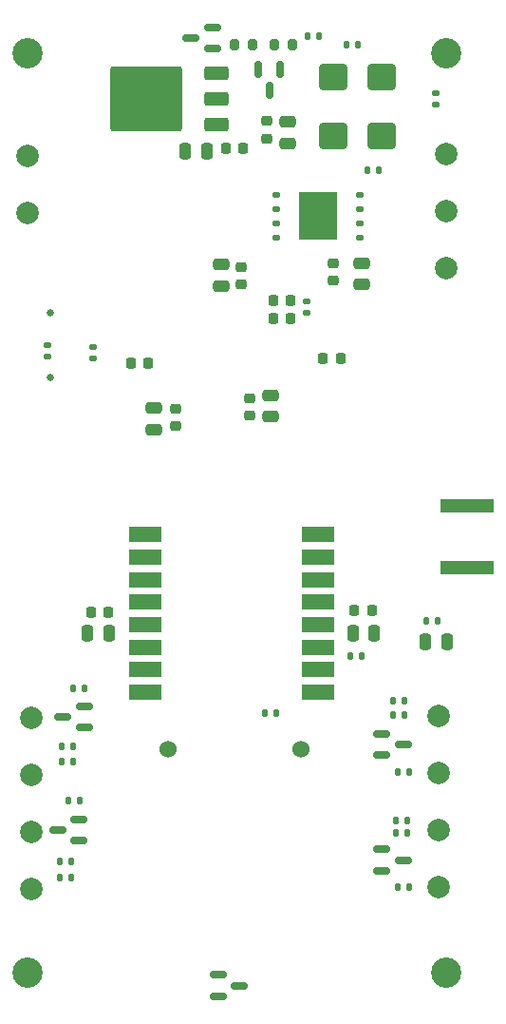
<source format=gbr>
%TF.GenerationSoftware,KiCad,Pcbnew,7.0.1*%
%TF.CreationDate,2024-01-06T20:51:44-05:00*%
%TF.ProjectId,Io-v2-Board,496f2d76-322d-4426-9f61-72642e6b6963,rev?*%
%TF.SameCoordinates,Original*%
%TF.FileFunction,Soldermask,Bot*%
%TF.FilePolarity,Negative*%
%FSLAX46Y46*%
G04 Gerber Fmt 4.6, Leading zero omitted, Abs format (unit mm)*
G04 Created by KiCad (PCBNEW 7.0.1) date 2024-01-06 20:51:44*
%MOMM*%
%LPD*%
G01*
G04 APERTURE LIST*
G04 Aperture macros list*
%AMRoundRect*
0 Rectangle with rounded corners*
0 $1 Rounding radius*
0 $2 $3 $4 $5 $6 $7 $8 $9 X,Y pos of 4 corners*
0 Add a 4 corners polygon primitive as box body*
4,1,4,$2,$3,$4,$5,$6,$7,$8,$9,$2,$3,0*
0 Add four circle primitives for the rounded corners*
1,1,$1+$1,$2,$3*
1,1,$1+$1,$4,$5*
1,1,$1+$1,$6,$7*
1,1,$1+$1,$8,$9*
0 Add four rect primitives between the rounded corners*
20,1,$1+$1,$2,$3,$4,$5,0*
20,1,$1+$1,$4,$5,$6,$7,0*
20,1,$1+$1,$6,$7,$8,$9,0*
20,1,$1+$1,$8,$9,$2,$3,0*%
G04 Aperture macros list end*
%ADD10RoundRect,0.250000X-0.475000X0.250000X-0.475000X-0.250000X0.475000X-0.250000X0.475000X0.250000X0*%
%ADD11RoundRect,0.250000X0.850000X0.350000X-0.850000X0.350000X-0.850000X-0.350000X0.850000X-0.350000X0*%
%ADD12RoundRect,0.249997X2.950003X2.650003X-2.950003X2.650003X-2.950003X-2.650003X2.950003X-2.650003X0*%
%ADD13RoundRect,0.135000X0.135000X0.185000X-0.135000X0.185000X-0.135000X-0.185000X0.135000X-0.185000X0*%
%ADD14RoundRect,0.200000X-0.200000X-0.275000X0.200000X-0.275000X0.200000X0.275000X-0.200000X0.275000X0*%
%ADD15RoundRect,0.250000X-1.000000X-0.900000X1.000000X-0.900000X1.000000X0.900000X-1.000000X0.900000X0*%
%ADD16C,0.650000*%
%ADD17C,2.000000*%
%ADD18C,2.700000*%
%ADD19RoundRect,0.150000X-0.587500X-0.150000X0.587500X-0.150000X0.587500X0.150000X-0.587500X0.150000X0*%
%ADD20RoundRect,0.225000X-0.250000X0.225000X-0.250000X-0.225000X0.250000X-0.225000X0.250000X0.225000X0*%
%ADD21RoundRect,0.225000X-0.225000X-0.250000X0.225000X-0.250000X0.225000X0.250000X-0.225000X0.250000X0*%
%ADD22RoundRect,0.225000X0.225000X0.250000X-0.225000X0.250000X-0.225000X-0.250000X0.225000X-0.250000X0*%
%ADD23RoundRect,0.135000X-0.135000X-0.185000X0.135000X-0.185000X0.135000X0.185000X-0.135000X0.185000X0*%
%ADD24RoundRect,0.135000X-0.185000X0.135000X-0.185000X-0.135000X0.185000X-0.135000X0.185000X0.135000X0*%
%ADD25RoundRect,0.250000X0.250000X0.475000X-0.250000X0.475000X-0.250000X-0.475000X0.250000X-0.475000X0*%
%ADD26RoundRect,0.150000X-0.150000X0.587500X-0.150000X-0.587500X0.150000X-0.587500X0.150000X0.587500X0*%
%ADD27RoundRect,0.225000X0.250000X-0.225000X0.250000X0.225000X-0.250000X0.225000X-0.250000X-0.225000X0*%
%ADD28R,3.400000X4.300000*%
%ADD29RoundRect,0.125000X0.200000X0.125000X-0.200000X0.125000X-0.200000X-0.125000X0.200000X-0.125000X0*%
%ADD30RoundRect,0.250000X0.475000X-0.250000X0.475000X0.250000X-0.475000X0.250000X-0.475000X-0.250000X0*%
%ADD31RoundRect,0.200000X0.200000X0.275000X-0.200000X0.275000X-0.200000X-0.275000X0.200000X-0.275000X0*%
%ADD32RoundRect,0.150000X0.587500X0.150000X-0.587500X0.150000X-0.587500X-0.150000X0.587500X-0.150000X0*%
%ADD33C,1.524000*%
%ADD34RoundRect,0.135000X0.185000X-0.135000X0.185000X0.135000X-0.185000X0.135000X-0.185000X-0.135000X0*%
%ADD35RoundRect,0.102000X2.280000X-0.500000X2.280000X0.500000X-2.280000X0.500000X-2.280000X-0.500000X0*%
%ADD36RoundRect,0.250000X-0.250000X-0.475000X0.250000X-0.475000X0.250000X0.475000X-0.250000X0.475000X0*%
%ADD37R,3.000000X1.400000*%
G04 APERTURE END LIST*
D10*
%TO.C,C1*%
X128143000Y-58486000D03*
X128143000Y-60386000D03*
%TD*%
D11*
%TO.C,U3*%
X115198000Y-41535000D03*
X115198000Y-43815000D03*
D12*
X108898000Y-43815000D03*
D11*
X115198000Y-46095000D03*
%TD*%
D13*
%TO.C,R25*%
X123315000Y-38227000D03*
X124335000Y-38227000D03*
%TD*%
%TO.C,R24*%
X127764000Y-38989000D03*
X126744000Y-38989000D03*
%TD*%
D14*
%TO.C,R21*%
X116777000Y-38989000D03*
X118427000Y-38989000D03*
%TD*%
D15*
%TO.C,D1*%
X125612000Y-47117000D03*
X129912000Y-47117000D03*
%TD*%
D16*
%TO.C,J2*%
X100327000Y-68645000D03*
X100327000Y-62865000D03*
%TD*%
D17*
%TO.C,J1*%
X135636000Y-58955000D03*
X135636000Y-53875000D03*
X135636000Y-48795000D03*
%TD*%
%TO.C,J4*%
X98683000Y-98933000D03*
X98683000Y-104013000D03*
X98683000Y-109093000D03*
X98683000Y-114173000D03*
%TD*%
D18*
%TO.C,H3*%
X135636000Y-121666000D03*
%TD*%
%TO.C,H2*%
X135636000Y-39751000D03*
%TD*%
D17*
%TO.C,J3*%
X98302000Y-48895000D03*
X98302000Y-53975000D03*
%TD*%
%TO.C,J5*%
X135001000Y-114073000D03*
X135001000Y-108993000D03*
X135001000Y-103913000D03*
X135001000Y-98833000D03*
%TD*%
D18*
%TO.C,H4*%
X98298000Y-121666000D03*
%TD*%
%TO.C,H1*%
X98298000Y-39751000D03*
%TD*%
D15*
%TO.C,D4*%
X125612000Y-41910000D03*
X129912000Y-41910000D03*
%TD*%
D19*
%TO.C,Q6*%
X115346000Y-123759000D03*
X115346000Y-121859000D03*
X117221000Y-122809000D03*
%TD*%
D13*
%TO.C,R13*%
X102237000Y-113157000D03*
X101217000Y-113157000D03*
%TD*%
D20*
%TO.C,C3*%
X111506000Y-71422000D03*
X111506000Y-72972000D03*
%TD*%
D21*
%TO.C,C11*%
X127495000Y-89408000D03*
X129045000Y-89408000D03*
%TD*%
D22*
%TO.C,C21*%
X109106000Y-67371000D03*
X107556000Y-67371000D03*
%TD*%
D23*
%TO.C,R16*%
X130935000Y-97409000D03*
X131955000Y-97409000D03*
%TD*%
D20*
%TO.C,C7*%
X119634001Y-45834001D03*
X119634001Y-47384001D03*
%TD*%
D13*
%TO.C,R1*%
X103380000Y-96307000D03*
X102360000Y-96307000D03*
%TD*%
D23*
%TO.C,R9*%
X131316000Y-114046000D03*
X132336000Y-114046000D03*
%TD*%
D13*
%TO.C,R8*%
X102364000Y-102870000D03*
X101344000Y-102870000D03*
%TD*%
D24*
%TO.C,R11*%
X100076000Y-65784000D03*
X100076000Y-66804000D03*
%TD*%
D25*
%TO.C,C10*%
X114300000Y-48513999D03*
X112400000Y-48513999D03*
%TD*%
D21*
%TO.C,C26*%
X124688000Y-66990000D03*
X126238000Y-66990000D03*
%TD*%
D23*
%TO.C,R23*%
X128649000Y-50165000D03*
X129669000Y-50165000D03*
%TD*%
D26*
%TO.C,Q3*%
X118938000Y-41226500D03*
X120838000Y-41226500D03*
X119888000Y-43101500D03*
%TD*%
D27*
%TO.C,C22*%
X118110000Y-72083000D03*
X118110000Y-70533000D03*
%TD*%
D22*
%TO.C,C12*%
X105550000Y-89535000D03*
X104000000Y-89535000D03*
%TD*%
D28*
%TO.C,U10*%
X124245000Y-54288000D03*
D29*
X120495000Y-52383000D03*
X120495000Y-53653000D03*
X120495000Y-54923000D03*
X120495000Y-56193000D03*
X127995000Y-56193000D03*
X127995000Y-54923000D03*
X127995000Y-53653000D03*
X127995000Y-52383000D03*
%TD*%
D21*
%TO.C,C17*%
X120256000Y-61783000D03*
X121806000Y-61783000D03*
%TD*%
D24*
%TO.C,R18*%
X123190000Y-61908000D03*
X123190000Y-62928000D03*
%TD*%
D13*
%TO.C,R12*%
X132209000Y-109220000D03*
X131189000Y-109220000D03*
%TD*%
D30*
%TO.C,C23*%
X115570000Y-60513000D03*
X115570000Y-58613000D03*
%TD*%
D21*
%TO.C,C18*%
X120256000Y-63434000D03*
X121806000Y-63434000D03*
%TD*%
D23*
%TO.C,R7*%
X101217000Y-111760000D03*
X102237000Y-111760000D03*
%TD*%
D13*
%TO.C,R10*%
X134876000Y-90297000D03*
X133856000Y-90297000D03*
%TD*%
D31*
%TO.C,R17*%
X121983000Y-38989000D03*
X120333000Y-38989000D03*
%TD*%
D13*
%TO.C,R6*%
X102999000Y-106299000D03*
X101979000Y-106299000D03*
%TD*%
D10*
%TO.C,C5*%
X121539000Y-45912999D03*
X121539000Y-47812999D03*
%TD*%
D32*
%TO.C,Q7*%
X112933000Y-38415000D03*
X114808000Y-39365000D03*
X114808000Y-37465000D03*
%TD*%
D27*
%TO.C,C24*%
X117348000Y-60399000D03*
X117348000Y-58849000D03*
%TD*%
D33*
%TO.C,C2*%
X110871000Y-101732000D03*
X122671000Y-101732000D03*
%TD*%
D13*
%TO.C,R15*%
X131955000Y-98679000D03*
X130935000Y-98679000D03*
%TD*%
D25*
%TO.C,C16*%
X105585000Y-91439999D03*
X103685000Y-91439999D03*
%TD*%
D21*
%TO.C,C9*%
X116004000Y-48260000D03*
X117554000Y-48260000D03*
%TD*%
D34*
%TO.C,R4*%
X104140000Y-66931000D03*
X104140000Y-65911000D03*
%TD*%
D10*
%TO.C,C6*%
X109601001Y-71374000D03*
X109601001Y-73274000D03*
%TD*%
D35*
%TO.C,J7*%
X137527500Y-80058000D03*
X137527500Y-85598000D03*
%TD*%
D23*
%TO.C,R5*%
X101344000Y-101473000D03*
X102364000Y-101473000D03*
%TD*%
D13*
%TO.C,R19*%
X120525000Y-98552000D03*
X119505000Y-98552000D03*
%TD*%
D36*
%TO.C,C8*%
X133845000Y-92202000D03*
X135745000Y-92202000D03*
%TD*%
D30*
%TO.C,C27*%
X120015000Y-72141049D03*
X120015000Y-70241049D03*
%TD*%
D24*
%TO.C,R3*%
X134747000Y-43305000D03*
X134747000Y-44325000D03*
%TD*%
D13*
%TO.C,R20*%
X128145000Y-93472000D03*
X127125000Y-93472000D03*
%TD*%
D36*
%TO.C,C20*%
X127344000Y-91439999D03*
X129244000Y-91439999D03*
%TD*%
D32*
%TO.C,Q1*%
X103378000Y-97917000D03*
X103378000Y-99817000D03*
X101503000Y-98867000D03*
%TD*%
%TO.C,Q2*%
X102918500Y-108016000D03*
X102918500Y-109916000D03*
X101043500Y-108966000D03*
%TD*%
D23*
%TO.C,R14*%
X131316000Y-103759000D03*
X132336000Y-103759000D03*
%TD*%
%TO.C,R2*%
X131189000Y-108077000D03*
X132209000Y-108077000D03*
%TD*%
D20*
%TO.C,C4*%
X125575000Y-58476548D03*
X125575000Y-60026548D03*
%TD*%
D19*
%TO.C,Q4*%
X129951000Y-112583000D03*
X129951000Y-110683000D03*
X131826000Y-111633000D03*
%TD*%
%TO.C,Q5*%
X129951000Y-102296000D03*
X129951000Y-100396000D03*
X131826000Y-101346000D03*
%TD*%
D37*
%TO.C,U11*%
X108839000Y-96662000D03*
X108839000Y-94662000D03*
X108839000Y-92662000D03*
X108839000Y-90662000D03*
X108839000Y-88662000D03*
X108839000Y-86662000D03*
X108839000Y-84662000D03*
X108839000Y-82662000D03*
X124239000Y-82662000D03*
X124239000Y-84662000D03*
X124239000Y-86662000D03*
X124239000Y-88662000D03*
X124239000Y-90662000D03*
X124239000Y-92662000D03*
X124239000Y-94662000D03*
X124239000Y-96662000D03*
%TD*%
M02*

</source>
